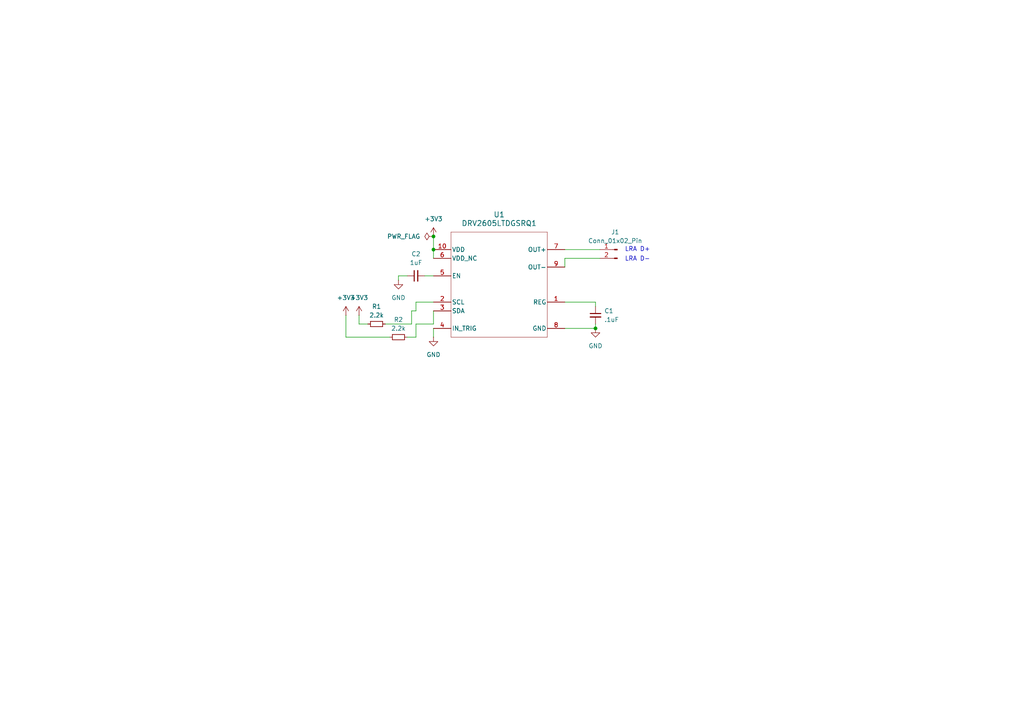
<source format=kicad_sch>
(kicad_sch (version 20231120) (generator "eeschema") (generator_version "8.0")
  (paper "A4")
  (lib_symbols
    (symbol "2025-03-16_03-04-28:DRV2605LTDGSRQ1" (pin_names (offset 0.254))
      (property "Reference" "U" (at 0 2.54 0))
      (property "Value" "DRV2605LTDGSRQ1" (at 0 0 0))
      (symbol "DRV2605LTDGSRQ1_0_1"
        (polyline (pts (xy -12.7 -15.24) (xy 15.24 -15.24)) (stroke (width 0.1016)))
        (polyline (pts (xy -12.7 15.24) (xy -12.7 -15.24)) (stroke (width 0.1016)))
        (polyline (pts (xy 15.24 -15.24) (xy 15.24 15.24)) (stroke (width 0.1016)))
        (polyline (pts (xy 15.24 15.24) (xy -12.7 15.24)) (stroke (width 0.1016)))
        (pin power_in line (at 20.32 -5.08 180) (length 5.08) (name "REG") (number "1"))
        (pin power_in line (at -17.78 10.16 0) (length 5.08) (name "VDD") (number "10"))
        (pin input line (at -17.78 -5.08 0) (length 5.08) (name "SCL") (number "2"))
        (pin bidirectional line (at -17.78 -7.62 0) (length 5.08) (name "SDA") (number "3"))
        (pin input line (at -17.78 -12.7 0) (length 5.08) (name "IN_TRIG") (number "4"))
        (pin input line (at -17.78 2.54 0) (length 5.08) (name "EN") (number "5"))
        (pin power_in line (at -17.78 7.62 0) (length 5.08) (name "VDD_NC") (number "6"))
        (pin output line (at 20.32 10.16 180) (length 5.08) (name "OUT+") (number "7"))
        (pin power_in line (at 20.32 -12.7 180) (length 5.08) (name "GND") (number "8"))
        (pin output line (at 20.32 5.08 180) (length 5.08) (name "OUT-") (number "9"))
      )
    )
    (symbol "Connector:Conn_01x02_Pin" (pin_names (offset 1.016) hide)
      (property "Reference" "J" (at 0 2.54 0))
      (property "Value" "Conn_01x02_Pin" (at 0 -5.08 0))
      (symbol "Conn_01x02_Pin_1_1"
        (polyline (pts (xy 1.27 -2.54) (xy 0.8636 -2.54)) (stroke (width 0.1524)))
        (polyline (pts (xy 1.27 0) (xy 0.8636 0)) (stroke (width 0.1524)))
        (rectangle (start 0.8636 -2.413) (end 0 -2.667) (stroke (width 0.1524)) (fill (type outline)))
        (rectangle (start 0.8636 0.127) (end 0 -0.127) (stroke (width 0.1524)) (fill (type outline)))
        (pin passive line (at 5.08 0 180) (length 3.81) (name "Pin_1") (number "1"))
        (pin passive line (at 5.08 -2.54 180) (length 3.81) (name "Pin_2") (number "2"))
      )
    )
    (symbol "Device:C_Small" (pin_numbers hide) (pin_names (offset 0.254) hide)
      (property "Reference" "C" (at 0.254 1.778 0))
      (property "Value" "C_Small" (at 0.254 -2.032 0))
      (symbol "C_Small_0_1"
        (polyline (pts (xy -1.524 -0.508) (xy 1.524 -0.508)) (stroke (width 0.3302)))
        (polyline (pts (xy -1.524 0.508) (xy 1.524 0.508)) (stroke (width 0.3048)))
      )
      (symbol "C_Small_1_1"
        (pin passive line (at 0 2.54 270) (length 2.032) (name "~") (number "1"))
        (pin passive line (at 0 -2.54 90) (length 2.032) (name "~") (number "2"))
      )
    )
    (symbol "Device:R_Small" (pin_numbers hide) (pin_names (offset 0.254) hide)
      (property "Reference" "R" (at 0.762 0.508 0))
      (property "Value" "R_Small" (at 0.762 -1.016 0))
      (symbol "R_Small_0_1"
        (rectangle (start -0.762 1.778) (end 0.762 -1.778) (stroke (width 0.2032)))
      )
      (symbol "R_Small_1_1"
        (pin passive line (at 0 2.54 270) (length 0.762) (name "~") (number "1"))
        (pin passive line (at 0 -2.54 90) (length 0.762) (name "~") (number "2"))
      )
    )
    (symbol "power:+3V3" (power) (pin_numbers hide) (pin_names (offset 0) hide)
      (property "Value" "+3V3" (at 0 3.556 0))
      (symbol "+3V3_0_1"
        (polyline (pts (xy -0.762 1.27) (xy 0 2.54)))
        (polyline (pts (xy 0 0) (xy 0 2.54)))
        (polyline (pts (xy 0 2.54) (xy 0.762 1.27)))
      )
      (symbol "+3V3_1_1"
        (pin power_in line (at 0 0 90) (length 0) (name "~") (number "1"))
      )
    )
    (symbol "power:GND" (power) (pin_numbers hide) (pin_names (offset 0) hide)
      (property "Value" "GND" (at 0 -3.81 0))
      (symbol "GND_0_1"
        (polyline (pts (xy 0 0) (xy 0 -1.27) (xy 1.27 -1.27) (xy 0 -2.54) (xy -1.27 -1.27) (xy 0 -1.27)))
      )
      (symbol "GND_1_1"
        (pin power_in line (at 0 0 270) (length 0) (name "~") (number "1"))
      )
    )
    (symbol "power:PWR_FLAG" (power) (pin_numbers hide) (pin_names (offset 0) hide)
      (property "Value" "PWR_FLAG" (at 0 3.81 0))
      (symbol "PWR_FLAG_0_0"
        (pin power_out line (at 0 0 90) (length 0) (name "~") (number "1"))
      )
      (symbol "PWR_FLAG_0_1"
        (polyline (pts (xy 0 0) (xy 0 1.27) (xy -1.016 1.905) (xy 0 2.54) (xy 1.016 1.905) (xy 0 1.27)))
      )
    )
  )
  (junction (at 172.72 95.25))
  (junction (at 125.73 68.58))
  (junction (at 125.73 72.39))
  (wire (pts (xy 115.57 80.01) (xy 115.57 81.28)))
  (wire (pts (xy 172.72 93.98) (xy 172.72 95.25)))
  (wire (pts (xy 125.73 93.98) (xy 125.73 90.17)))
  (wire (pts (xy 125.73 68.58) (xy 125.73 72.39)))
  (wire (pts (xy 118.11 97.79) (xy 120.65 97.79)))
  (wire (pts (xy 120.65 90.17) (xy 120.65 87.63)))
  (wire (pts (xy 119.38 90.17) (xy 119.38 93.98)))
  (wire (pts (xy 120.65 87.63) (xy 125.73 87.63)))
  (wire (pts (xy 163.83 72.39) (xy 173.99 72.39)))
  (wire (pts (xy 100.33 91.44) (xy 100.33 97.79)))
  (wire (pts (xy 111.76 93.98) (xy 119.38 93.98)))
  (wire (pts (xy 163.83 95.25) (xy 172.72 95.25)))
  (wire (pts (xy 118.11 80.01) (xy 115.57 80.01)))
  (wire (pts (xy 106.68 93.98) (xy 104.14 93.98)))
  (wire (pts (xy 163.83 77.47) (xy 163.83 74.93)))
  (wire (pts (xy 163.83 74.93) (xy 173.99 74.93)))
  (wire (pts (xy 113.03 97.79) (xy 100.33 97.79)))
  (wire (pts (xy 120.65 90.17) (xy 119.38 90.17)))
  (wire (pts (xy 125.73 95.25) (xy 125.73 97.79)))
  (wire (pts (xy 172.72 87.63) (xy 172.72 88.9)))
  (wire (pts (xy 123.19 80.01) (xy 125.73 80.01)))
  (wire (pts (xy 104.14 91.44) (xy 104.14 93.98)))
  (wire (pts (xy 125.73 72.39) (xy 125.73 74.93)))
  (wire (pts (xy 163.83 87.63) (xy 172.72 87.63)))
  (wire (pts (xy 120.65 93.98) (xy 120.65 97.79)))
  (wire (pts (xy 125.73 93.98) (xy 120.65 93.98)))
  (text "LRA D-\n\n" (at 184.912 76.2 0) (effects (font (size 1.27 1.27))))
  (text "LRA D+" (at 184.912 72.39 0) (effects (font (size 1.27 1.27))))
  (symbol (lib_id "Connector:Conn_01x02_Pin") (at 179.07 72.39 0) (mirror y) (unit 1)
    (property "Reference" "J1" (at 178.435 67.31 0))
    (property "Value" "Conn_01x02_Pin" (at 178.435 69.85 0))
    (property "Description" "Generic connector, single row, 01x02, script generated" (effects (hide yes)))
  )
  (symbol (lib_id "power:GND") (at 125.73 97.79 0) (unit 1)
    (property "Reference" "#PWR06" (effects (hide yes)))
    (property "Value" "GND" (at 125.73 102.87 0))
    (property "Description" "Power symbol creates a global label with name \"GND\" , ground" (effects (hide yes)))
  )
  (symbol (lib_id "power:+3V3") (at 100.33 91.44 0) (unit 1)
    (property "Reference" "#PWR03" (effects (hide yes)))
    (property "Value" "+3V3" (at 100.33 86.36 0))
    (property "Description" "Power symbol creates a global label with name \"+3V3\"" (effects (hide yes)))
  )
  (symbol (lib_id "Device:C_Small") (at 120.65 80.01 90) (unit 1)
    (property "Reference" "C2" (at 120.6563 73.66 90))
    (property "Value" "1uF" (at 120.6563 76.2 90))
    (property "Description" "Unpolarized capacitor, small symbol" (effects (hide yes)))
  )
  (symbol (lib_id "2025-03-16_03-04-28:DRV2605LTDGSRQ1") (at 143.51 82.55 0) (unit 1)
    (property "Reference" "U1" (at 144.78 62.23 0) (effects (font (size 1.524 1.524))))
    (property "Value" "DRV2605LTDGSRQ1" (at 144.78 64.77 0) (effects (font (size 1.524 1.524))))
    (property "Footprint" "DGS0010A_N" (effects (hide yes)))
    (property "Datasheet" "DRV2605LTDGSRQ1" (effects (hide yes)))
  )
  (symbol (lib_id "Device:R_Small") (at 115.57 97.79 90) (unit 1)
    (property "Reference" "R2" (at 115.57 92.71 90))
    (property "Value" "2.2k" (at 115.57 95.25 90))
    (property "Description" "Resistor, small symbol" (effects (hide yes)))
  )
  (symbol (lib_id "Device:R_Small") (at 109.22 93.98 90) (unit 1)
    (property "Reference" "R1" (at 109.22 88.9 90))
    (property "Value" "2.2k" (at 109.22 91.44 90))
    (property "Description" "Resistor, small symbol" (effects (hide yes)))
  )
  (symbol (lib_id "Device:C_Small") (at 172.72 91.44 0) (unit 1)
    (property "Reference" "C1" (at 175.26 90.1762 0) (effects (justify left)))
    (property "Value" ".1uF" (at 175.26 92.7162 0) (effects (justify left)))
    (property "Description" "Unpolarized capacitor, small symbol" (effects (hide yes)))
  )
  (symbol (lib_id "power:GND") (at 115.57 81.28 0) (unit 1)
    (property "Reference" "#PWR02" (effects (hide yes)))
    (property "Value" "GND" (at 115.57 86.36 0))
    (property "Description" "Power symbol creates a global label with name \"GND\" , ground" (effects (hide yes)))
  )
  (symbol (lib_id "power:+3V3") (at 104.14 91.44 0) (unit 1)
    (property "Reference" "#PWR04" (effects (hide yes)))
    (property "Value" "+3V3" (at 104.14 86.36 0))
    (property "Description" "Power symbol creates a global label with name \"+3V3\"" (effects (hide yes)))
  )
  (symbol (lib_id "power:PWR_FLAG") (at 125.73 68.58 90) (unit 1)
    (property "Reference" "#FLG01" (effects (hide yes)))
    (property "Value" "PWR_FLAG" (at 121.92 68.5799 90) (effects (justify left)))
    (property "Description" "Special symbol for telling ERC where power comes from" (effects (hide yes)))
  )
  (symbol (lib_id "power:GND") (at 172.72 95.25 0) (unit 1)
    (property "Reference" "#PWR01" (effects (hide yes)))
    (property "Value" "GND" (at 172.72 100.33 0))
    (property "Description" "Power symbol creates a global label with name \"GND\" , ground" (effects (hide yes)))
  )
  (symbol (lib_id "power:+3V3") (at 125.73 68.58 0) (unit 1)
    (property "Reference" "#PWR05" (effects (hide yes)))
    (property "Value" "+3V3" (at 125.73 63.5 0))
    (property "Description" "Power symbol creates a global label with name \"+3V3\"" (effects (hide yes)))
  )
)
</source>
